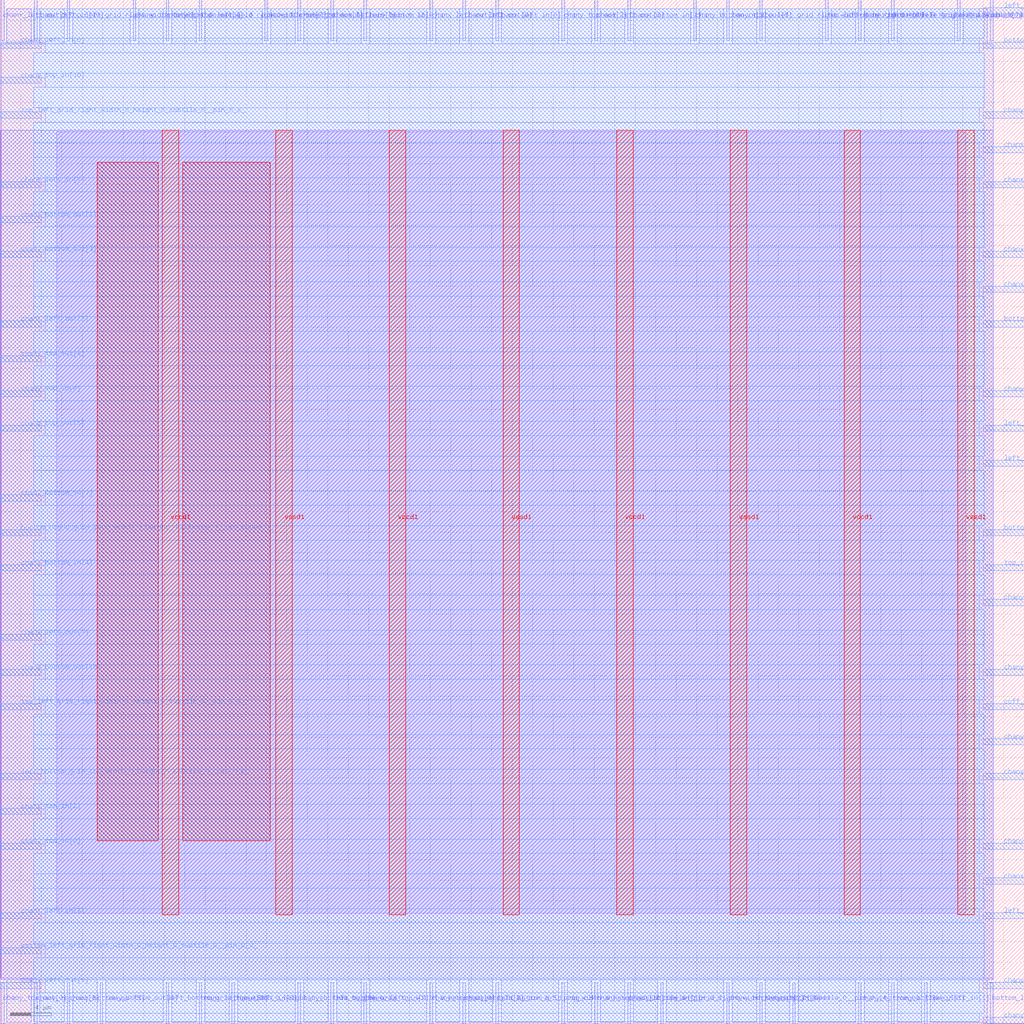
<source format=lef>
VERSION 5.7 ;
  NOWIREEXTENSIONATPIN ON ;
  DIVIDERCHAR "/" ;
  BUSBITCHARS "[]" ;
MACRO sb_4__1_
  CLASS BLOCK ;
  FOREIGN sb_4__1_ ;
  ORIGIN 0.000 0.000 ;
  SIZE 100.000 BY 100.000 ;
  PIN bottom_left_grid_right_width_0_height_0_subtile_0__pin_O_10_
    PORT
      LAYER met3 ;
        RECT 96.000 68.040 100.000 68.640 ;
    END
  END bottom_left_grid_right_width_0_height_0_subtile_0__pin_O_10_
  PIN bottom_left_grid_right_width_0_height_0_subtile_0__pin_O_11_
    PORT
      LAYER met3 ;
        RECT 96.000 95.240 100.000 95.840 ;
    END
  END bottom_left_grid_right_width_0_height_0_subtile_0__pin_O_11_
  PIN bottom_left_grid_right_width_0_height_0_subtile_0__pin_O_12_
    PORT
      LAYER met2 ;
        RECT 96.690 96.000 96.970 100.000 ;
    END
  END bottom_left_grid_right_width_0_height_0_subtile_0__pin_O_12_
  PIN bottom_left_grid_right_width_0_height_0_subtile_0__pin_O_13_
    PORT
      LAYER met2 ;
        RECT 96.690 0.000 96.970 4.000 ;
    END
  END bottom_left_grid_right_width_0_height_0_subtile_0__pin_O_13_
  PIN bottom_left_grid_right_width_0_height_0_subtile_0__pin_O_14_
    PORT
      LAYER met3 ;
        RECT 96.000 47.640 100.000 48.240 ;
    END
  END bottom_left_grid_right_width_0_height_0_subtile_0__pin_O_14_
  PIN bottom_left_grid_right_width_0_height_0_subtile_0__pin_O_8_
    PORT
      LAYER met2 ;
        RECT 87.030 96.000 87.310 100.000 ;
    END
  END bottom_left_grid_right_width_0_height_0_subtile_0__pin_O_8_
  PIN bottom_left_grid_right_width_0_height_0_subtile_0__pin_O_9_
    PORT
      LAYER met3 ;
        RECT 0.000 6.840 4.000 7.440 ;
    END
  END bottom_left_grid_right_width_0_height_0_subtile_0__pin_O_9_
  PIN bottom_right_grid_left_width_0_height_0_subtile_0__pin_inpad_0_
    PORT
      LAYER met3 ;
        RECT 0.000 47.640 4.000 48.240 ;
    END
  END bottom_right_grid_left_width_0_height_0_subtile_0__pin_inpad_0_
  PIN ccff_head
    PORT
      LAYER met2 ;
        RECT 77.370 0.000 77.650 4.000 ;
    END
  END ccff_head
  PIN ccff_tail
    PORT
      LAYER met3 ;
        RECT 96.000 30.640 100.000 31.240 ;
    END
  END ccff_tail
  PIN chanx_left_in[0]
    PORT
      LAYER met2 ;
        RECT 48.390 96.000 48.670 100.000 ;
    END
  END chanx_left_in[0]
  PIN chanx_left_in[10]
    PORT
      LAYER met2 ;
        RECT 3.310 96.000 3.590 100.000 ;
    END
  END chanx_left_in[10]
  PIN chanx_left_in[1]
    PORT
      LAYER met2 ;
        RECT 90.250 0.000 90.530 4.000 ;
    END
  END chanx_left_in[1]
  PIN chanx_left_in[2]
    PORT
      LAYER met2 ;
        RECT 35.510 0.000 35.790 4.000 ;
    END
  END chanx_left_in[2]
  PIN chanx_left_in[3]
    PORT
      LAYER met3 ;
        RECT 0.000 10.240 4.000 10.840 ;
    END
  END chanx_left_in[3]
  PIN chanx_left_in[4]
    PORT
      LAYER met3 ;
        RECT 96.000 85.040 100.000 85.640 ;
    END
  END chanx_left_in[4]
  PIN chanx_left_in[5]
    PORT
      LAYER met2 ;
        RECT 32.290 96.000 32.570 100.000 ;
    END
  END chanx_left_in[5]
  PIN chanx_left_in[6]
    PORT
      LAYER met3 ;
        RECT 0.000 95.240 4.000 95.840 ;
    END
  END chanx_left_in[6]
  PIN chanx_left_in[7]
    PORT
      LAYER met3 ;
        RECT 0.000 81.640 4.000 82.240 ;
    END
  END chanx_left_in[7]
  PIN chanx_left_in[8]
    PORT
      LAYER met3 ;
        RECT 96.000 13.640 100.000 14.240 ;
    END
  END chanx_left_in[8]
  PIN chanx_left_in[9]
    PORT
      LAYER met2 ;
        RECT 22.630 0.000 22.910 4.000 ;
    END
  END chanx_left_in[9]
  PIN chanx_left_out[0]
    PORT
      LAYER met3 ;
        RECT 96.000 71.440 100.000 72.040 ;
    END
  END chanx_left_out[0]
  PIN chanx_left_out[10]
    PORT
      LAYER met2 ;
        RECT 41.950 96.000 42.230 100.000 ;
    END
  END chanx_left_out[10]
  PIN chanx_left_out[1]
    PORT
      LAYER met3 ;
        RECT 96.000 81.640 100.000 82.240 ;
    END
  END chanx_left_out[1]
  PIN chanx_left_out[2]
    PORT
      LAYER met3 ;
        RECT 0.000 68.040 4.000 68.640 ;
    END
  END chanx_left_out[2]
  PIN chanx_left_out[3]
    PORT
      LAYER met2 ;
        RECT 58.050 96.000 58.330 100.000 ;
    END
  END chanx_left_out[3]
  PIN chanx_left_out[4]
    PORT
      LAYER met3 ;
        RECT 96.000 74.840 100.000 75.440 ;
    END
  END chanx_left_out[4]
  PIN chanx_left_out[5]
    PORT
      LAYER met2 ;
        RECT 0.090 96.000 0.370 100.000 ;
    END
  END chanx_left_out[5]
  PIN chanx_left_out[6]
    PORT
      LAYER met3 ;
        RECT 0.000 3.440 4.000 4.040 ;
    END
  END chanx_left_out[6]
  PIN chanx_left_out[7]
    PORT
      LAYER met3 ;
        RECT 0.000 37.440 4.000 38.040 ;
    END
  END chanx_left_out[7]
  PIN chanx_left_out[8]
    PORT
      LAYER met2 ;
        RECT 19.410 0.000 19.690 4.000 ;
    END
  END chanx_left_out[8]
  PIN chanx_left_out[9]
    PORT
      LAYER met2 ;
        RECT 45.170 96.000 45.450 100.000 ;
    END
  END chanx_left_out[9]
  PIN chany_bottom_in[0]
    PORT
      LAYER met2 ;
        RECT 35.510 96.000 35.790 100.000 ;
    END
  END chany_bottom_in[0]
  PIN chany_bottom_in[10]
    PORT
      LAYER met3 ;
        RECT 96.000 23.840 100.000 24.440 ;
    END
  END chany_bottom_in[10]
  PIN chany_bottom_in[1]
    PORT
      LAYER met2 ;
        RECT 61.270 96.000 61.550 100.000 ;
    END
  END chany_bottom_in[1]
  PIN chany_bottom_in[2]
    PORT
      LAYER met2 ;
        RECT 67.710 96.000 67.990 100.000 ;
    END
  END chany_bottom_in[2]
  PIN chany_bottom_in[3]
    PORT
      LAYER met2 ;
        RECT 87.030 0.000 87.310 4.000 ;
    END
  END chany_bottom_in[3]
  PIN chany_bottom_in[4]
    PORT
      LAYER met3 ;
        RECT 0.000 44.240 4.000 44.840 ;
    END
  END chany_bottom_in[4]
  PIN chany_bottom_in[5]
    PORT
      LAYER met3 ;
        RECT 96.000 88.440 100.000 89.040 ;
    END
  END chany_bottom_in[5]
  PIN chany_bottom_in[6]
    PORT
      LAYER met2 ;
        RECT 61.270 0.000 61.550 4.000 ;
    END
  END chany_bottom_in[6]
  PIN chany_bottom_in[7]
    PORT
      LAYER met3 ;
        RECT 0.000 51.040 4.000 51.640 ;
    END
  END chany_bottom_in[7]
  PIN chany_bottom_in[8]
    PORT
      LAYER met3 ;
        RECT 96.000 3.440 100.000 4.040 ;
    END
  END chany_bottom_in[8]
  PIN chany_bottom_in[9]
    PORT
      LAYER met3 ;
        RECT 96.000 40.840 100.000 41.440 ;
    END
  END chany_bottom_in[9]
  PIN chany_bottom_out[0]
    PORT
      LAYER met2 ;
        RECT 9.750 0.000 10.030 4.000 ;
    END
  END chany_bottom_out[0]
  PIN chany_bottom_out[10]
    PORT
      LAYER met3 ;
        RECT 0.000 34.040 4.000 34.640 ;
    END
  END chany_bottom_out[10]
  PIN chany_bottom_out[1]
    PORT
      LAYER met3 ;
        RECT 0.000 78.240 4.000 78.840 ;
    END
  END chany_bottom_out[1]
  PIN chany_bottom_out[2]
    PORT
      LAYER met2 ;
        RECT 70.930 0.000 71.210 4.000 ;
    END
  END chany_bottom_out[2]
  PIN chany_bottom_out[3]
    PORT
      LAYER met3 ;
        RECT 0.000 74.840 4.000 75.440 ;
    END
  END chany_bottom_out[3]
  PIN chany_bottom_out[4]
    PORT
      LAYER met2 ;
        RECT 16.190 96.000 16.470 100.000 ;
    END
  END chany_bottom_out[4]
  PIN chany_bottom_out[5]
    PORT
      LAYER met2 ;
        RECT 6.530 0.000 6.810 4.000 ;
    END
  END chany_bottom_out[5]
  PIN chany_bottom_out[6]
    PORT
      LAYER met2 ;
        RECT 29.070 0.000 29.350 4.000 ;
    END
  END chany_bottom_out[6]
  PIN chany_bottom_out[7]
    PORT
      LAYER met2 ;
        RECT 83.810 0.000 84.090 4.000 ;
    END
  END chany_bottom_out[7]
  PIN chany_bottom_out[8]
    PORT
      LAYER met3 ;
        RECT 96.000 34.040 100.000 34.640 ;
    END
  END chany_bottom_out[8]
  PIN chany_bottom_out[9]
    PORT
      LAYER met3 ;
        RECT 96.000 17.040 100.000 17.640 ;
    END
  END chany_bottom_out[9]
  PIN chany_top_in[0]
    PORT
      LAYER met3 ;
        RECT 0.000 17.040 4.000 17.640 ;
    END
  END chany_top_in[0]
  PIN chany_top_in[10]
    PORT
      LAYER met3 ;
        RECT 0.000 91.840 4.000 92.440 ;
    END
  END chany_top_in[10]
  PIN chany_top_in[1]
    PORT
      LAYER met3 ;
        RECT 96.000 0.040 100.000 0.640 ;
    END
  END chany_top_in[1]
  PIN chany_top_in[2]
    PORT
      LAYER met3 ;
        RECT 0.000 20.440 4.000 21.040 ;
    END
  END chany_top_in[2]
  PIN chany_top_in[3]
    PORT
      LAYER met3 ;
        RECT 96.000 27.240 100.000 27.840 ;
    END
  END chany_top_in[3]
  PIN chany_top_in[4]
    PORT
      LAYER met3 ;
        RECT 0.000 61.240 4.000 61.840 ;
    END
  END chany_top_in[4]
  PIN chany_top_in[5]
    PORT
      LAYER met2 ;
        RECT 74.150 0.000 74.430 4.000 ;
    END
  END chany_top_in[5]
  PIN chany_top_in[6]
    PORT
      LAYER met3 ;
        RECT 96.000 61.240 100.000 61.840 ;
    END
  END chany_top_in[6]
  PIN chany_top_in[7]
    PORT
      LAYER met2 ;
        RECT 25.850 96.000 26.130 100.000 ;
    END
  END chany_top_in[7]
  PIN chany_top_in[8]
    PORT
      LAYER met2 ;
        RECT 12.970 96.000 13.250 100.000 ;
    END
  END chany_top_in[8]
  PIN chany_top_in[9]
    PORT
      LAYER met2 ;
        RECT 45.170 0.000 45.450 4.000 ;
    END
  END chany_top_in[9]
  PIN chany_top_out[0]
    PORT
      LAYER met2 ;
        RECT 0.090 0.000 0.370 4.000 ;
    END
  END chany_top_out[0]
  PIN chany_top_out[10]
    PORT
      LAYER met2 ;
        RECT 58.050 0.000 58.330 4.000 ;
    END
  END chany_top_out[10]
  PIN chany_top_out[1]
    PORT
      LAYER met2 ;
        RECT 29.070 96.000 29.350 100.000 ;
    END
  END chany_top_out[1]
  PIN chany_top_out[2]
    PORT
      LAYER met2 ;
        RECT 54.830 96.000 55.110 100.000 ;
    END
  END chany_top_out[2]
  PIN chany_top_out[3]
    PORT
      LAYER met2 ;
        RECT 83.810 96.000 84.090 100.000 ;
    END
  END chany_top_out[3]
  PIN chany_top_out[4]
    PORT
      LAYER met3 ;
        RECT 0.000 64.640 4.000 65.240 ;
    END
  END chany_top_out[4]
  PIN chany_top_out[5]
    PORT
      LAYER met3 ;
        RECT 0.000 57.840 4.000 58.440 ;
    END
  END chany_top_out[5]
  PIN chany_top_out[6]
    PORT
      LAYER met2 ;
        RECT 3.310 0.000 3.590 4.000 ;
    END
  END chany_top_out[6]
  PIN chany_top_out[7]
    PORT
      LAYER met2 ;
        RECT 93.470 96.000 93.750 100.000 ;
    END
  END chany_top_out[7]
  PIN chany_top_out[8]
    PORT
      LAYER met2 ;
        RECT 70.930 96.000 71.210 100.000 ;
    END
  END chany_top_out[8]
  PIN chany_top_out[9]
    PORT
      LAYER met2 ;
        RECT 41.950 0.000 42.230 4.000 ;
    END
  END chany_top_out[9]
  PIN left_bottom_grid_top_width_0_height_0_subtile_0__pin_O_0_
    PORT
      LAYER met3 ;
        RECT 96.000 98.640 100.000 99.240 ;
    END
  END left_bottom_grid_top_width_0_height_0_subtile_0__pin_O_0_
  PIN left_bottom_grid_top_width_0_height_0_subtile_0__pin_O_1_
    PORT
      LAYER met3 ;
        RECT 96.000 10.240 100.000 10.840 ;
    END
  END left_bottom_grid_top_width_0_height_0_subtile_0__pin_O_1_
  PIN left_bottom_grid_top_width_0_height_0_subtile_0__pin_O_2_
    PORT
      LAYER met3 ;
        RECT 0.000 23.840 4.000 24.440 ;
    END
  END left_bottom_grid_top_width_0_height_0_subtile_0__pin_O_2_
  PIN left_bottom_grid_top_width_0_height_0_subtile_0__pin_O_3_
    PORT
      LAYER met3 ;
        RECT 96.000 54.440 100.000 55.040 ;
    END
  END left_bottom_grid_top_width_0_height_0_subtile_0__pin_O_3_
  PIN left_bottom_grid_top_width_0_height_0_subtile_0__pin_O_4_
    PORT
      LAYER met2 ;
        RECT 16.190 0.000 16.470 4.000 ;
    END
  END left_bottom_grid_top_width_0_height_0_subtile_0__pin_O_4_
  PIN left_bottom_grid_top_width_0_height_0_subtile_0__pin_O_5_
    PORT
      LAYER met2 ;
        RECT 32.290 0.000 32.570 4.000 ;
    END
  END left_bottom_grid_top_width_0_height_0_subtile_0__pin_O_5_
  PIN left_bottom_grid_top_width_0_height_0_subtile_0__pin_O_6_
    PORT
      LAYER met2 ;
        RECT 48.390 0.000 48.670 4.000 ;
    END
  END left_bottom_grid_top_width_0_height_0_subtile_0__pin_O_6_
  PIN left_bottom_grid_top_width_0_height_0_subtile_0__pin_O_7_
    PORT
      LAYER met3 ;
        RECT 96.000 57.840 100.000 58.440 ;
    END
  END left_bottom_grid_top_width_0_height_0_subtile_0__pin_O_7_
  PIN prog_clk
    PORT
      LAYER met2 ;
        RECT 54.830 0.000 55.110 4.000 ;
    END
  END prog_clk
  PIN top_left_grid_right_width_0_height_0_subtile_0__pin_O_10_
    PORT
      LAYER met2 ;
        RECT 80.590 96.000 80.870 100.000 ;
    END
  END top_left_grid_right_width_0_height_0_subtile_0__pin_O_10_
  PIN top_left_grid_right_width_0_height_0_subtile_0__pin_O_11_
    PORT
      LAYER met2 ;
        RECT 74.150 96.000 74.430 100.000 ;
    END
  END top_left_grid_right_width_0_height_0_subtile_0__pin_O_11_
  PIN top_left_grid_right_width_0_height_0_subtile_0__pin_O_12_
    PORT
      LAYER met2 ;
        RECT 6.530 96.000 6.810 100.000 ;
    END
  END top_left_grid_right_width_0_height_0_subtile_0__pin_O_12_
  PIN top_left_grid_right_width_0_height_0_subtile_0__pin_O_13_
    PORT
      LAYER met2 ;
        RECT 19.410 96.000 19.690 100.000 ;
    END
  END top_left_grid_right_width_0_height_0_subtile_0__pin_O_13_
  PIN top_left_grid_right_width_0_height_0_subtile_0__pin_O_14_
    PORT
      LAYER met2 ;
        RECT 64.490 0.000 64.770 4.000 ;
    END
  END top_left_grid_right_width_0_height_0_subtile_0__pin_O_14_
  PIN top_left_grid_right_width_0_height_0_subtile_0__pin_O_8_
    PORT
      LAYER met3 ;
        RECT 0.000 30.640 4.000 31.240 ;
    END
  END top_left_grid_right_width_0_height_0_subtile_0__pin_O_8_
  PIN top_left_grid_right_width_0_height_0_subtile_0__pin_O_9_
    PORT
      LAYER met3 ;
        RECT 0.000 88.440 4.000 89.040 ;
    END
  END top_left_grid_right_width_0_height_0_subtile_0__pin_O_9_
  PIN top_right_grid_left_width_0_height_0_subtile_0__pin_inpad_0_
    PORT
      LAYER met3 ;
        RECT 96.000 44.240 100.000 44.840 ;
    END
  END top_right_grid_left_width_0_height_0_subtile_0__pin_inpad_0_
  PIN vccd1
    PORT
      LAYER met4 ;
        RECT 82.400 10.640 84.000 87.280 ;
    END
    PORT
      LAYER met4 ;
        RECT 60.205 10.640 61.805 87.280 ;
    END
    PORT
      LAYER met4 ;
        RECT 38.010 10.640 39.610 87.280 ;
    END
    PORT
      LAYER met4 ;
        RECT 15.815 10.640 17.415 87.280 ;
    END
  END vccd1
  PIN vssd1
    PORT
      LAYER met4 ;
        RECT 93.495 10.640 95.095 87.280 ;
    END
    PORT
      LAYER met4 ;
        RECT 71.300 10.640 72.900 87.280 ;
    END
    PORT
      LAYER met4 ;
        RECT 49.105 10.640 50.705 87.280 ;
    END
    PORT
      LAYER met4 ;
        RECT 26.910 10.640 28.510 87.280 ;
    END
  END vssd1
  OBS
      LAYER li1 ;
        RECT 5.520 10.795 94.300 87.125 ;
      LAYER met1 ;
        RECT 0.070 4.460 96.990 87.280 ;
      LAYER met2 ;
        RECT 0.650 95.720 3.030 99.125 ;
        RECT 3.870 95.720 6.250 99.125 ;
        RECT 7.090 95.720 12.690 99.125 ;
        RECT 13.530 95.720 15.910 99.125 ;
        RECT 16.750 95.720 19.130 99.125 ;
        RECT 19.970 95.720 25.570 99.125 ;
        RECT 26.410 95.720 28.790 99.125 ;
        RECT 29.630 95.720 32.010 99.125 ;
        RECT 32.850 95.720 35.230 99.125 ;
        RECT 36.070 95.720 41.670 99.125 ;
        RECT 42.510 95.720 44.890 99.125 ;
        RECT 45.730 95.720 48.110 99.125 ;
        RECT 48.950 95.720 54.550 99.125 ;
        RECT 55.390 95.720 57.770 99.125 ;
        RECT 58.610 95.720 60.990 99.125 ;
        RECT 61.830 95.720 67.430 99.125 ;
        RECT 68.270 95.720 70.650 99.125 ;
        RECT 71.490 95.720 73.870 99.125 ;
        RECT 74.710 95.720 80.310 99.125 ;
        RECT 81.150 95.720 83.530 99.125 ;
        RECT 84.370 95.720 86.750 99.125 ;
        RECT 87.590 95.720 93.190 99.125 ;
        RECT 94.030 95.720 96.410 99.125 ;
        RECT 0.100 4.280 96.960 95.720 ;
        RECT 0.650 0.155 3.030 4.280 ;
        RECT 3.870 0.155 6.250 4.280 ;
        RECT 7.090 0.155 9.470 4.280 ;
        RECT 10.310 0.155 15.910 4.280 ;
        RECT 16.750 0.155 19.130 4.280 ;
        RECT 19.970 0.155 22.350 4.280 ;
        RECT 23.190 0.155 28.790 4.280 ;
        RECT 29.630 0.155 32.010 4.280 ;
        RECT 32.850 0.155 35.230 4.280 ;
        RECT 36.070 0.155 41.670 4.280 ;
        RECT 42.510 0.155 44.890 4.280 ;
        RECT 45.730 0.155 48.110 4.280 ;
        RECT 48.950 0.155 54.550 4.280 ;
        RECT 55.390 0.155 57.770 4.280 ;
        RECT 58.610 0.155 60.990 4.280 ;
        RECT 61.830 0.155 64.210 4.280 ;
        RECT 65.050 0.155 70.650 4.280 ;
        RECT 71.490 0.155 73.870 4.280 ;
        RECT 74.710 0.155 77.090 4.280 ;
        RECT 77.930 0.155 83.530 4.280 ;
        RECT 84.370 0.155 86.750 4.280 ;
        RECT 87.590 0.155 89.970 4.280 ;
        RECT 90.810 0.155 96.410 4.280 ;
      LAYER met3 ;
        RECT 3.285 98.240 95.600 99.105 ;
        RECT 3.285 96.240 96.075 98.240 ;
        RECT 4.400 94.840 95.600 96.240 ;
        RECT 3.285 92.840 96.075 94.840 ;
        RECT 4.400 91.440 96.075 92.840 ;
        RECT 3.285 89.440 96.075 91.440 ;
        RECT 4.400 88.040 95.600 89.440 ;
        RECT 3.285 86.040 96.075 88.040 ;
        RECT 3.285 84.640 95.600 86.040 ;
        RECT 3.285 82.640 96.075 84.640 ;
        RECT 4.400 81.240 95.600 82.640 ;
        RECT 3.285 79.240 96.075 81.240 ;
        RECT 4.400 77.840 96.075 79.240 ;
        RECT 3.285 75.840 96.075 77.840 ;
        RECT 4.400 74.440 95.600 75.840 ;
        RECT 3.285 72.440 96.075 74.440 ;
        RECT 3.285 71.040 95.600 72.440 ;
        RECT 3.285 69.040 96.075 71.040 ;
        RECT 4.400 67.640 95.600 69.040 ;
        RECT 3.285 65.640 96.075 67.640 ;
        RECT 4.400 64.240 96.075 65.640 ;
        RECT 3.285 62.240 96.075 64.240 ;
        RECT 4.400 60.840 95.600 62.240 ;
        RECT 3.285 58.840 96.075 60.840 ;
        RECT 4.400 57.440 95.600 58.840 ;
        RECT 3.285 55.440 96.075 57.440 ;
        RECT 3.285 54.040 95.600 55.440 ;
        RECT 3.285 52.040 96.075 54.040 ;
        RECT 4.400 50.640 96.075 52.040 ;
        RECT 3.285 48.640 96.075 50.640 ;
        RECT 4.400 47.240 95.600 48.640 ;
        RECT 3.285 45.240 96.075 47.240 ;
        RECT 4.400 43.840 95.600 45.240 ;
        RECT 3.285 41.840 96.075 43.840 ;
        RECT 3.285 40.440 95.600 41.840 ;
        RECT 3.285 38.440 96.075 40.440 ;
        RECT 4.400 37.040 96.075 38.440 ;
        RECT 3.285 35.040 96.075 37.040 ;
        RECT 4.400 33.640 95.600 35.040 ;
        RECT 3.285 31.640 96.075 33.640 ;
        RECT 4.400 30.240 95.600 31.640 ;
        RECT 3.285 28.240 96.075 30.240 ;
        RECT 3.285 26.840 95.600 28.240 ;
        RECT 3.285 24.840 96.075 26.840 ;
        RECT 4.400 23.440 95.600 24.840 ;
        RECT 3.285 21.440 96.075 23.440 ;
        RECT 4.400 20.040 96.075 21.440 ;
        RECT 3.285 18.040 96.075 20.040 ;
        RECT 4.400 16.640 95.600 18.040 ;
        RECT 3.285 14.640 96.075 16.640 ;
        RECT 3.285 13.240 95.600 14.640 ;
        RECT 3.285 11.240 96.075 13.240 ;
        RECT 4.400 9.840 95.600 11.240 ;
        RECT 3.285 7.840 96.075 9.840 ;
        RECT 4.400 6.440 96.075 7.840 ;
        RECT 3.285 4.440 96.075 6.440 ;
        RECT 4.400 3.040 95.600 4.440 ;
        RECT 3.285 1.040 96.075 3.040 ;
        RECT 3.285 0.175 95.600 1.040 ;
      LAYER met4 ;
        RECT 9.495 17.855 15.415 84.145 ;
        RECT 17.815 17.855 26.385 84.145 ;
  END
END sb_4__1_
END LIBRARY


</source>
